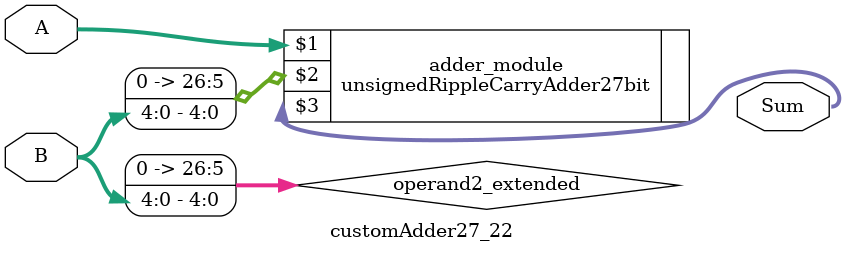
<source format=v>

module customAdder27_22(
                    input [26 : 0] A,
                    input [4 : 0] B,
                    
                    output [27 : 0] Sum
            );

    wire [26 : 0] operand2_extended;
    
    assign operand2_extended =  {22'b0, B};
    
    unsignedRippleCarryAdder27bit adder_module(
        A,
        operand2_extended,
        Sum
    );
    
endmodule
        
</source>
